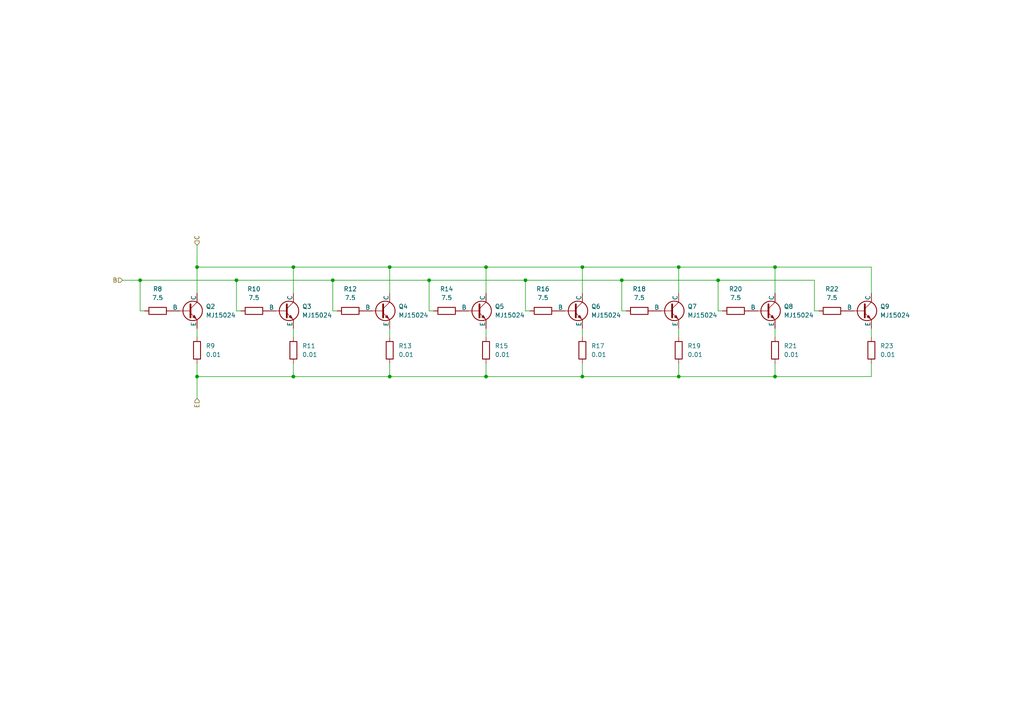
<source format=kicad_sch>
(kicad_sch (version 20250114) (generator "eeschema") (generator_version "9.0")
  (paper "A4")
  (lib_symbols
    (symbol "Device:R" (pin_numbers (hide yes)) (pin_names (offset 0))
      (property "Reference" "R" (at 2.032 0 90))
      (property "Value" "R" (at 0 0 90))
      (symbol "R_0_1"
        (rectangle (start -1.016 -2.54) (end 1.016 2.54) (stroke (width 0.254)))
      )
      (symbol "R_1_1"
        (pin passive line (at 0 3.81 270) (length 1.27) (name "~") (number "1"))
        (pin passive line (at 0 -3.81 90) (length 1.27) (name "~") (number "2"))
      )
    )
    (symbol "Simulation_SPICE:NPN" (pin_numbers (hide yes)) (pin_names (offset 0))
      (property "Reference" "Q" (at -2.54 7.62 0))
      (property "Value" "NPN" (at -2.54 5.08 0))
      (symbol "NPN_0_1"
        (polyline (pts (xy -2.54 0) (xy 0.635 0)) (stroke (width 0.1524)))
        (polyline (pts (xy 0.635 1.905) (xy 0.635 -1.905) (xy 0.635 -1.905)) (stroke (width 0.508)))
        (polyline (pts (xy 0.635 0.635) (xy 2.54 2.54)))
        (polyline (pts (xy 0.635 -0.635) (xy 2.54 -2.54) (xy 2.54 -2.54)))
        (circle (center 1.27 0) (radius 2.8194) (stroke (width 0.254)))
        (polyline (pts (xy 1.27 -1.778) (xy 1.778 -1.27) (xy 2.286 -2.286) (xy 1.27 -1.778) (xy 1.27 -1.778)) (fill (type outline)))
        (polyline (pts (xy 2.794 -1.27) (xy 2.794 -1.27)) (stroke (width 0.1524)))
        (polyline (pts (xy 2.794 -1.27) (xy 2.794 -1.27)) (stroke (width 0.1524)))
      )
      (symbol "NPN_1_1"
        (pin input line (at -5.08 0 0) (length 2.54) (name "B") (number "2"))
        (pin open_collector line (at 2.54 5.08 270) (length 2.54) (name "C") (number "1"))
        (pin open_emitter line (at 2.54 -5.08 90) (length 2.54) (name "E") (number "3"))
      )
    )
  )
  (junction (at 168.91 109.22))
  (junction (at 208.28 81.28))
  (junction (at 140.97 77.47))
  (junction (at 152.4 81.28))
  (junction (at 68.58 81.28))
  (junction (at 85.09 77.47))
  (junction (at 140.97 109.22))
  (junction (at 124.46 81.28))
  (junction (at 196.85 77.47))
  (junction (at 57.15 109.22))
  (junction (at 113.03 109.22))
  (junction (at 168.91 77.47))
  (junction (at 224.79 77.47))
  (junction (at 40.64 81.28))
  (junction (at 224.79 109.22))
  (junction (at 180.34 81.28))
  (junction (at 113.03 77.47))
  (junction (at 85.09 109.22))
  (junction (at 196.85 109.22))
  (junction (at 96.52 81.28))
  (junction (at 57.15 77.47))
  (wire (pts (xy 180.34 81.28) (xy 180.34 90.17)))
  (wire (pts (xy 196.85 109.22) (xy 224.79 109.22)))
  (wire (pts (xy 180.34 81.28) (xy 208.28 81.28)))
  (wire (pts (xy 140.97 105.41) (xy 140.97 109.22)))
  (wire (pts (xy 252.73 85.09) (xy 252.73 77.47)))
  (wire (pts (xy 196.85 77.47) (xy 224.79 77.47)))
  (wire (pts (xy 224.79 95.25) (xy 224.79 97.79)))
  (wire (pts (xy 152.4 81.28) (xy 180.34 81.28)))
  (wire (pts (xy 85.09 105.41) (xy 85.09 109.22)))
  (wire (pts (xy 57.15 109.22) (xy 57.15 115.57)))
  (wire (pts (xy 68.58 81.28) (xy 96.52 81.28)))
  (wire (pts (xy 196.85 95.25) (xy 196.85 97.79)))
  (wire (pts (xy 85.09 85.09) (xy 85.09 77.47)))
  (wire (pts (xy 181.61 90.17) (xy 180.34 90.17)))
  (wire (pts (xy 224.79 105.41) (xy 224.79 109.22)))
  (wire (pts (xy 224.79 109.22) (xy 252.73 109.22)))
  (wire (pts (xy 140.97 77.47) (xy 168.91 77.47)))
  (wire (pts (xy 236.22 81.28) (xy 236.22 90.17)))
  (wire (pts (xy 125.73 90.17) (xy 124.46 90.17)))
  (wire (pts (xy 57.15 105.41) (xy 57.15 109.22)))
  (wire (pts (xy 153.67 90.17) (xy 152.4 90.17)))
  (wire (pts (xy 140.97 85.09) (xy 140.97 77.47)))
  (wire (pts (xy 85.09 109.22) (xy 113.03 109.22)))
  (wire (pts (xy 85.09 77.47) (xy 113.03 77.47)))
  (wire (pts (xy 168.91 95.25) (xy 168.91 97.79)))
  (wire (pts (xy 97.79 90.17) (xy 96.52 90.17)))
  (wire (pts (xy 96.52 81.28) (xy 124.46 81.28)))
  (wire (pts (xy 196.85 105.41) (xy 196.85 109.22)))
  (wire (pts (xy 140.97 95.25) (xy 140.97 97.79)))
  (wire (pts (xy 224.79 77.47) (xy 252.73 77.47)))
  (wire (pts (xy 41.91 90.17) (xy 40.64 90.17)))
  (wire (pts (xy 208.28 81.28) (xy 208.28 90.17)))
  (wire (pts (xy 113.03 105.41) (xy 113.03 109.22)))
  (wire (pts (xy 57.15 71.12) (xy 57.15 77.47)))
  (wire (pts (xy 168.91 109.22) (xy 196.85 109.22)))
  (wire (pts (xy 209.55 90.17) (xy 208.28 90.17)))
  (wire (pts (xy 124.46 81.28) (xy 152.4 81.28)))
  (wire (pts (xy 113.03 95.25) (xy 113.03 97.79)))
  (wire (pts (xy 168.91 85.09) (xy 168.91 77.47)))
  (wire (pts (xy 252.73 95.25) (xy 252.73 97.79)))
  (wire (pts (xy 35.56 81.28) (xy 40.64 81.28)))
  (wire (pts (xy 40.64 81.28) (xy 40.64 90.17)))
  (wire (pts (xy 196.85 85.09) (xy 196.85 77.47)))
  (wire (pts (xy 140.97 109.22) (xy 168.91 109.22)))
  (wire (pts (xy 237.49 90.17) (xy 236.22 90.17)))
  (wire (pts (xy 69.85 90.17) (xy 68.58 90.17)))
  (wire (pts (xy 224.79 85.09) (xy 224.79 77.47)))
  (wire (pts (xy 113.03 109.22) (xy 140.97 109.22)))
  (wire (pts (xy 252.73 105.41) (xy 252.73 109.22)))
  (wire (pts (xy 57.15 95.25) (xy 57.15 97.79)))
  (wire (pts (xy 57.15 109.22) (xy 85.09 109.22)))
  (wire (pts (xy 68.58 81.28) (xy 68.58 90.17)))
  (wire (pts (xy 168.91 105.41) (xy 168.91 109.22)))
  (wire (pts (xy 57.15 85.09) (xy 57.15 77.47)))
  (wire (pts (xy 113.03 77.47) (xy 140.97 77.47)))
  (wire (pts (xy 124.46 81.28) (xy 124.46 90.17)))
  (wire (pts (xy 40.64 81.28) (xy 68.58 81.28)))
  (wire (pts (xy 85.09 95.25) (xy 85.09 97.79)))
  (wire (pts (xy 168.91 77.47) (xy 196.85 77.47)))
  (wire (pts (xy 57.15 77.47) (xy 85.09 77.47)))
  (wire (pts (xy 113.03 85.09) (xy 113.03 77.47)))
  (wire (pts (xy 152.4 81.28) (xy 152.4 90.17)))
  (wire (pts (xy 96.52 81.28) (xy 96.52 90.17)))
  (wire (pts (xy 208.28 81.28) (xy 236.22 81.28)))
  (hierarchical_label "B" (shape input) (at 35.56 81.28 180))
  (hierarchical_label "E" (shape input) (at 57.15 115.57 270))
  (hierarchical_label "C" (shape input) (at 57.15 71.12 90))
  (symbol (lib_id "Device:R") (at 45.72 90.17 270) (unit 1)
    (property "Reference" "R8" (at 45.72 83.82 90))
    (property "Value" "7.5" (at 45.72 86.36 90))
    (property "Description" "Resistor" (effects (hide yes)))
  )
  (symbol (lib_id "Simulation_SPICE:NPN") (at 194.31 90.17 0) (unit 1)
    (property "Reference" "Q7" (at 199.39 88.8999 0) (effects (justify left)))
    (property "Value" "MJ15024" (at 199.39 91.4399 0) (effects (justify left)))
    (property "Footprint" "TO-3" (effects (hide yes)))
    (property "Datasheet" "https://ngspice.sourceforge.io/docs/ngspice-html-manual/manual.xhtml#cha_BJTs" (effects (hide yes)))
    (property "Description" "Bipolar transistor symbol for simulation only, substrate tied to the emitter" (effects (hide yes)))
    (property "Sim.Device" "NPN" (effects (hide yes)))
    (property "Sim.Type" "GUMMELPOON" (effects (hide yes)))
    (property "Sim.Pins" "1=C 2=B 3=E" (effects (hide yes)))
  )
  (symbol (lib_id "Device:R") (at 168.91 101.6 0) (unit 1)
    (property "Reference" "R17" (at 171.45 100.3299 0) (effects (justify left)))
    (property "Value" "0.01" (at 171.45 102.8699 0) (effects (justify left)))
    (property "Description" "Resistor" (effects (hide yes)))
  )
  (symbol (lib_id "Simulation_SPICE:NPN") (at 54.61 90.17 0) (unit 1)
    (property "Reference" "Q2" (at 59.69 88.8999 0) (effects (justify left)))
    (property "Value" "MJ15024" (at 59.69 91.4399 0) (effects (justify left)))
    (property "Footprint" "TO-3" (effects (hide yes)))
    (property "Datasheet" "https://ngspice.sourceforge.io/docs/ngspice-html-manual/manual.xhtml#cha_BJTs" (effects (hide yes)))
    (property "Description" "Bipolar transistor symbol for simulation only, substrate tied to the emitter" (effects (hide yes)))
    (property "Sim.Device" "NPN" (effects (hide yes)))
    (property "Sim.Type" "GUMMELPOON" (effects (hide yes)))
    (property "Sim.Pins" "1=C 2=B 3=E" (effects (hide yes)))
  )
  (symbol (lib_id "Device:R") (at 85.09 101.6 0) (unit 1)
    (property "Reference" "R11" (at 87.63 100.3299 0) (effects (justify left)))
    (property "Value" "0.01" (at 87.63 102.8699 0) (effects (justify left)))
    (property "Description" "Resistor" (effects (hide yes)))
  )
  (symbol (lib_id "Simulation_SPICE:NPN") (at 250.19 90.17 0) (unit 1)
    (property "Reference" "Q9" (at 255.27 88.8999 0) (effects (justify left)))
    (property "Value" "MJ15024" (at 255.27 91.4399 0) (effects (justify left)))
    (property "Footprint" "TO-3" (effects (hide yes)))
    (property "Datasheet" "https://ngspice.sourceforge.io/docs/ngspice-html-manual/manual.xhtml#cha_BJTs" (effects (hide yes)))
    (property "Description" "Bipolar transistor symbol for simulation only, substrate tied to the emitter" (effects (hide yes)))
    (property "Sim.Device" "NPN" (effects (hide yes)))
    (property "Sim.Type" "GUMMELPOON" (effects (hide yes)))
    (property "Sim.Pins" "1=C 2=B 3=E" (effects (hide yes)))
  )
  (symbol (lib_id "Device:R") (at 157.48 90.17 270) (unit 1)
    (property "Reference" "R16" (at 157.48 83.82 90))
    (property "Value" "7.5" (at 157.48 86.36 90))
    (property "Description" "Resistor" (effects (hide yes)))
  )
  (symbol (lib_id "Simulation_SPICE:NPN") (at 222.25 90.17 0) (unit 1)
    (property "Reference" "Q8" (at 227.33 88.8999 0) (effects (justify left)))
    (property "Value" "MJ15024" (at 227.33 91.4399 0) (effects (justify left)))
    (property "Footprint" "TO-3" (effects (hide yes)))
    (property "Datasheet" "https://ngspice.sourceforge.io/docs/ngspice-html-manual/manual.xhtml#cha_BJTs" (effects (hide yes)))
    (property "Description" "Bipolar transistor symbol for simulation only, substrate tied to the emitter" (effects (hide yes)))
    (property "Sim.Device" "NPN" (effects (hide yes)))
    (property "Sim.Type" "GUMMELPOON" (effects (hide yes)))
    (property "Sim.Pins" "1=C 2=B 3=E" (effects (hide yes)))
  )
  (symbol (lib_id "Device:R") (at 252.73 101.6 0) (unit 1)
    (property "Reference" "R23" (at 255.27 100.3299 0) (effects (justify left)))
    (property "Value" "0.01" (at 255.27 102.8699 0) (effects (justify left)))
    (property "Description" "Resistor" (effects (hide yes)))
  )
  (symbol (lib_id "Device:R") (at 73.66 90.17 270) (unit 1)
    (property "Reference" "R10" (at 73.66 83.82 90))
    (property "Value" "7.5" (at 73.66 86.36 90))
    (property "Description" "Resistor" (effects (hide yes)))
  )
  (symbol (lib_id "Device:R") (at 196.85 101.6 0) (unit 1)
    (property "Reference" "R19" (at 199.39 100.3299 0) (effects (justify left)))
    (property "Value" "0.01" (at 199.39 102.8699 0) (effects (justify left)))
    (property "Description" "Resistor" (effects (hide yes)))
  )
  (symbol (lib_id "Simulation_SPICE:NPN") (at 138.43 90.17 0) (unit 1)
    (property "Reference" "Q5" (at 143.51 88.8999 0) (effects (justify left)))
    (property "Value" "MJ15024" (at 143.51 91.4399 0) (effects (justify left)))
    (property "Footprint" "TO-3" (effects (hide yes)))
    (property "Datasheet" "https://ngspice.sourceforge.io/docs/ngspice-html-manual/manual.xhtml#cha_BJTs" (effects (hide yes)))
    (property "Description" "Bipolar transistor symbol for simulation only, substrate tied to the emitter" (effects (hide yes)))
    (property "Sim.Device" "NPN" (effects (hide yes)))
    (property "Sim.Type" "GUMMELPOON" (effects (hide yes)))
    (property "Sim.Pins" "1=C 2=B 3=E" (effects (hide yes)))
  )
  (symbol (lib_id "Device:R") (at 129.54 90.17 270) (unit 1)
    (property "Reference" "R14" (at 129.54 83.82 90))
    (property "Value" "7.5" (at 129.54 86.36 90))
    (property "Description" "Resistor" (effects (hide yes)))
  )
  (symbol (lib_id "Device:R") (at 224.79 101.6 0) (unit 1)
    (property "Reference" "R21" (at 227.33 100.3299 0) (effects (justify left)))
    (property "Value" "0.01" (at 227.33 102.8699 0) (effects (justify left)))
    (property "Description" "Resistor" (effects (hide yes)))
  )
  (symbol (lib_id "Device:R") (at 185.42 90.17 270) (unit 1)
    (property "Reference" "R18" (at 185.42 83.82 90))
    (property "Value" "7.5" (at 185.42 86.36 90))
    (property "Description" "Resistor" (effects (hide yes)))
  )
  (symbol (lib_id "Device:R") (at 101.6 90.17 270) (unit 1)
    (property "Reference" "R12" (at 101.6 83.82 90))
    (property "Value" "7.5" (at 101.6 86.36 90))
    (property "Description" "Resistor" (effects (hide yes)))
  )
  (symbol (lib_id "Simulation_SPICE:NPN") (at 110.49 90.17 0) (unit 1)
    (property "Reference" "Q4" (at 115.57 88.8999 0) (effects (justify left)))
    (property "Value" "MJ15024" (at 115.57 91.4399 0) (effects (justify left)))
    (property "Footprint" "TO-3" (effects (hide yes)))
    (property "Datasheet" "https://ngspice.sourceforge.io/docs/ngspice-html-manual/manual.xhtml#cha_BJTs" (effects (hide yes)))
    (property "Description" "Bipolar transistor symbol for simulation only, substrate tied to the emitter" (effects (hide yes)))
    (property "Sim.Device" "NPN" (effects (hide yes)))
    (property "Sim.Type" "GUMMELPOON" (effects (hide yes)))
    (property "Sim.Pins" "1=C 2=B 3=E" (effects (hide yes)))
  )
  (symbol (lib_id "Device:R") (at 213.36 90.17 270) (unit 1)
    (property "Reference" "R20" (at 213.36 83.82 90))
    (property "Value" "7.5" (at 213.36 86.36 90))
    (property "Description" "Resistor" (effects (hide yes)))
  )
  (symbol (lib_id "Device:R") (at 140.97 101.6 0) (unit 1)
    (property "Reference" "R15" (at 143.51 100.3299 0) (effects (justify left)))
    (property "Value" "0.01" (at 143.51 102.8699 0) (effects (justify left)))
    (property "Description" "Resistor" (effects (hide yes)))
  )
  (symbol (lib_id "Device:R") (at 57.15 101.6 0) (unit 1)
    (property "Reference" "R9" (at 59.69 100.3299 0) (effects (justify left)))
    (property "Value" "0.01" (at 59.69 102.8699 0) (effects (justify left)))
    (property "Description" "Resistor" (effects (hide yes)))
  )
  (symbol (lib_id "Device:R") (at 241.3 90.17 270) (unit 1)
    (property "Reference" "R22" (at 241.3 83.82 90))
    (property "Value" "7.5" (at 241.3 86.36 90))
    (property "Description" "Resistor" (effects (hide yes)))
  )
  (symbol (lib_id "Simulation_SPICE:NPN") (at 166.37 90.17 0) (unit 1)
    (property "Reference" "Q6" (at 171.45 88.8999 0) (effects (justify left)))
    (property "Value" "MJ15024" (at 171.45 91.4399 0) (effects (justify left)))
    (property "Footprint" "TO-3" (effects (hide yes)))
    (property "Datasheet" "https://ngspice.sourceforge.io/docs/ngspice-html-manual/manual.xhtml#cha_BJTs" (effects (hide yes)))
    (property "Description" "Bipolar transistor symbol for simulation only, substrate tied to the emitter" (effects (hide yes)))
    (property "Sim.Device" "NPN" (effects (hide yes)))
    (property "Sim.Type" "GUMMELPOON" (effects (hide yes)))
    (property "Sim.Pins" "1=C 2=B 3=E" (effects (hide yes)))
  )
  (symbol (lib_id "Simulation_SPICE:NPN") (at 82.55 90.17 0) (unit 1)
    (property "Reference" "Q3" (at 87.63 88.8999 0) (effects (justify left)))
    (property "Value" "MJ15024" (at 87.63 91.4399 0) (effects (justify left)))
    (property "Footprint" "TO-3" (effects (hide yes)))
    (property "Datasheet" "https://ngspice.sourceforge.io/docs/ngspice-html-manual/manual.xhtml#cha_BJTs" (effects (hide yes)))
    (property "Description" "Bipolar transistor symbol for simulation only, substrate tied to the emitter" (effects (hide yes)))
    (property "Sim.Device" "NPN" (effects (hide yes)))
    (property "Sim.Type" "GUMMELPOON" (effects (hide yes)))
    (property "Sim.Pins" "1=C 2=B 3=E" (effects (hide yes)))
  )
  (symbol (lib_id "Device:R") (at 113.03 101.6 0) (unit 1)
    (property "Reference" "R13" (at 115.57 100.3299 0) (effects (justify left)))
    (property "Value" "0.01" (at 115.57 102.8699 0) (effects (justify left)))
    (property "Description" "Resistor" (effects (hide yes)))
  )
)
</source>
